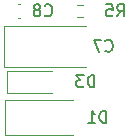
<source format=gbr>
G04 #@! TF.GenerationSoftware,KiCad,Pcbnew,5.1.10-88a1d61d58~88~ubuntu20.04.1*
G04 #@! TF.CreationDate,2021-09-15T20:12:52+01:00*
G04 #@! TF.ProjectId,ogsolar,6f67736f-6c61-4722-9e6b-696361645f70,1.5*
G04 #@! TF.SameCoordinates,Original*
G04 #@! TF.FileFunction,Legend,Bot*
G04 #@! TF.FilePolarity,Positive*
%FSLAX46Y46*%
G04 Gerber Fmt 4.6, Leading zero omitted, Abs format (unit mm)*
G04 Created by KiCad (PCBNEW 5.1.10-88a1d61d58~88~ubuntu20.04.1) date 2021-09-15 20:12:52*
%MOMM*%
%LPD*%
G01*
G04 APERTURE LIST*
%ADD10C,0.120000*%
%ADD11C,0.150000*%
G04 APERTURE END LIST*
D10*
X116565000Y-63790000D02*
X123500000Y-63790000D01*
X116565000Y-67210000D02*
X116565000Y-63790000D01*
X123500000Y-67210000D02*
X116565000Y-67210000D01*
X117770531Y-63120000D02*
X117974469Y-63120000D01*
X117770531Y-61880000D02*
X117974469Y-61880000D01*
X116820000Y-67570000D02*
X120650000Y-67570000D01*
X116820000Y-69430000D02*
X116820000Y-67570000D01*
X120650000Y-69430000D02*
X116820000Y-69430000D01*
X123254724Y-63022500D02*
X122745276Y-63022500D01*
X123254724Y-61977500D02*
X122745276Y-61977500D01*
X122400000Y-73000000D02*
X116700000Y-73000000D01*
X116700000Y-73000000D02*
X116700000Y-70000000D01*
X116700000Y-70000000D02*
X122400000Y-70000000D01*
D11*
X125166666Y-65857142D02*
X125214285Y-65904761D01*
X125357142Y-65952380D01*
X125452380Y-65952380D01*
X125595238Y-65904761D01*
X125690476Y-65809523D01*
X125738095Y-65714285D01*
X125785714Y-65523809D01*
X125785714Y-65380952D01*
X125738095Y-65190476D01*
X125690476Y-65095238D01*
X125595238Y-65000000D01*
X125452380Y-64952380D01*
X125357142Y-64952380D01*
X125214285Y-65000000D01*
X125166666Y-65047619D01*
X124833333Y-64952380D02*
X124166666Y-64952380D01*
X124595238Y-65952380D01*
X120039166Y-62857142D02*
X120086785Y-62904761D01*
X120229642Y-62952380D01*
X120324880Y-62952380D01*
X120467738Y-62904761D01*
X120562976Y-62809523D01*
X120610595Y-62714285D01*
X120658214Y-62523809D01*
X120658214Y-62380952D01*
X120610595Y-62190476D01*
X120562976Y-62095238D01*
X120467738Y-62000000D01*
X120324880Y-61952380D01*
X120229642Y-61952380D01*
X120086785Y-62000000D01*
X120039166Y-62047619D01*
X119467738Y-62380952D02*
X119562976Y-62333333D01*
X119610595Y-62285714D01*
X119658214Y-62190476D01*
X119658214Y-62142857D01*
X119610595Y-62047619D01*
X119562976Y-62000000D01*
X119467738Y-61952380D01*
X119277261Y-61952380D01*
X119182023Y-62000000D01*
X119134404Y-62047619D01*
X119086785Y-62142857D01*
X119086785Y-62190476D01*
X119134404Y-62285714D01*
X119182023Y-62333333D01*
X119277261Y-62380952D01*
X119467738Y-62380952D01*
X119562976Y-62428571D01*
X119610595Y-62476190D01*
X119658214Y-62571428D01*
X119658214Y-62761904D01*
X119610595Y-62857142D01*
X119562976Y-62904761D01*
X119467738Y-62952380D01*
X119277261Y-62952380D01*
X119182023Y-62904761D01*
X119134404Y-62857142D01*
X119086785Y-62761904D01*
X119086785Y-62571428D01*
X119134404Y-62476190D01*
X119182023Y-62428571D01*
X119277261Y-62380952D01*
X124238095Y-68952380D02*
X124238095Y-67952380D01*
X124000000Y-67952380D01*
X123857142Y-68000000D01*
X123761904Y-68095238D01*
X123714285Y-68190476D01*
X123666666Y-68380952D01*
X123666666Y-68523809D01*
X123714285Y-68714285D01*
X123761904Y-68809523D01*
X123857142Y-68904761D01*
X124000000Y-68952380D01*
X124238095Y-68952380D01*
X123333333Y-67952380D02*
X122714285Y-67952380D01*
X123047619Y-68333333D01*
X122904761Y-68333333D01*
X122809523Y-68380952D01*
X122761904Y-68428571D01*
X122714285Y-68523809D01*
X122714285Y-68761904D01*
X122761904Y-68857142D01*
X122809523Y-68904761D01*
X122904761Y-68952380D01*
X123190476Y-68952380D01*
X123285714Y-68904761D01*
X123333333Y-68857142D01*
X126166666Y-62952380D02*
X126500000Y-62476190D01*
X126738095Y-62952380D02*
X126738095Y-61952380D01*
X126357142Y-61952380D01*
X126261904Y-62000000D01*
X126214285Y-62047619D01*
X126166666Y-62142857D01*
X126166666Y-62285714D01*
X126214285Y-62380952D01*
X126261904Y-62428571D01*
X126357142Y-62476190D01*
X126738095Y-62476190D01*
X125261904Y-61952380D02*
X125738095Y-61952380D01*
X125785714Y-62428571D01*
X125738095Y-62380952D01*
X125642857Y-62333333D01*
X125404761Y-62333333D01*
X125309523Y-62380952D01*
X125261904Y-62428571D01*
X125214285Y-62523809D01*
X125214285Y-62761904D01*
X125261904Y-62857142D01*
X125309523Y-62904761D01*
X125404761Y-62952380D01*
X125642857Y-62952380D01*
X125738095Y-62904761D01*
X125785714Y-62857142D01*
X125238095Y-71952380D02*
X125238095Y-70952380D01*
X125000000Y-70952380D01*
X124857142Y-71000000D01*
X124761904Y-71095238D01*
X124714285Y-71190476D01*
X124666666Y-71380952D01*
X124666666Y-71523809D01*
X124714285Y-71714285D01*
X124761904Y-71809523D01*
X124857142Y-71904761D01*
X125000000Y-71952380D01*
X125238095Y-71952380D01*
X123714285Y-71952380D02*
X124285714Y-71952380D01*
X124000000Y-71952380D02*
X124000000Y-70952380D01*
X124095238Y-71095238D01*
X124190476Y-71190476D01*
X124285714Y-71238095D01*
M02*

</source>
